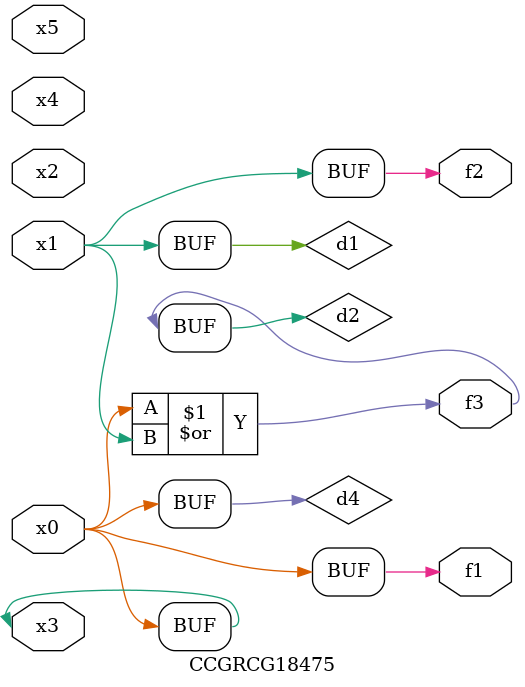
<source format=v>
module CCGRCG18475(
	input x0, x1, x2, x3, x4, x5,
	output f1, f2, f3
);

	wire d1, d2, d3, d4;

	and (d1, x1);
	or (d2, x0, x1);
	nand (d3, x0, x5);
	buf (d4, x0, x3);
	assign f1 = d4;
	assign f2 = d1;
	assign f3 = d2;
endmodule

</source>
